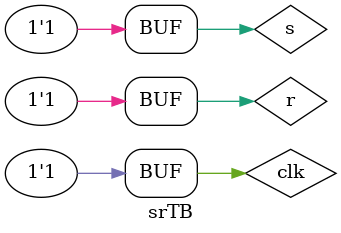
<source format=v>
`timescale 1ns/1ns

module srTB ();
    reg s,r;
    reg clk;
    wire q;
    sr uut (s,r,clk,q);
    initial begin
        clk = 0;
        s = 0;
        r = 0;
        #100;
        clk = ~clk;
        #100;
        clk = ~clk;
        s = 1;
        r = 0;
        #100;
        clk = ~clk;
        #100;
        clk = ~clk;
        s = 0;
        r = 1;
        #100;
        clk = ~clk;
        #100;
        clk = ~clk;
        s = 1;
        r= 1;
        #100;
        clk = ~clk;
        #100;
    end
        
endmodule
        

</source>
